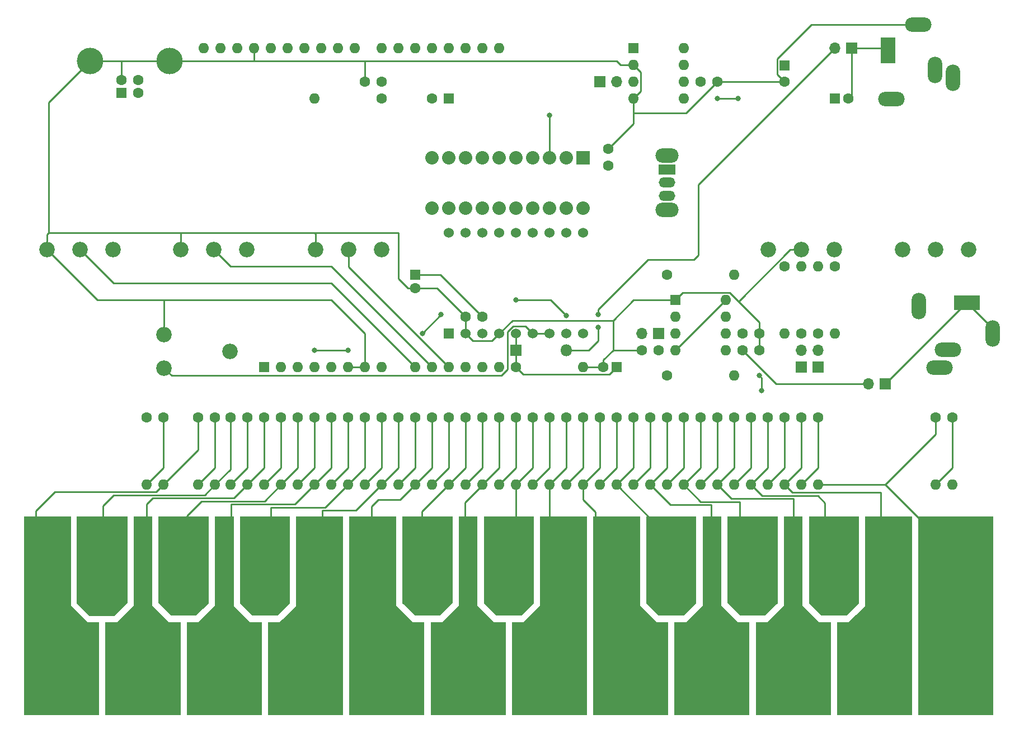
<source format=gbr>
%TF.GenerationSoftware,KiCad,Pcbnew,(6.0.2)*%
%TF.CreationDate,2022-03-12T17:52:29+01:00*%
%TF.ProjectId,hardware,68617264-7761-4726-952e-6b696361645f,rev?*%
%TF.SameCoordinates,Original*%
%TF.FileFunction,Copper,L1,Top*%
%TF.FilePolarity,Positive*%
%FSLAX46Y46*%
G04 Gerber Fmt 4.6, Leading zero omitted, Abs format (unit mm)*
G04 Created by KiCad (PCBNEW (6.0.2)) date 2022-03-12 17:52:29*
%MOMM*%
%LPD*%
G01*
G04 APERTURE LIST*
G04 Aperture macros list*
%AMFreePoly0*
4,1,8,5.329152,14.575350,7.775791,12.140177,9.586970,12.140177,9.586970,-1.985799,-1.767270,-1.985799,-1.767270,28.149653,5.329152,28.149653,5.329152,14.575350,5.329152,14.575350,$1*%
%AMFreePoly1*
4,1,16,3.684809,-0.274624,3.684810,-0.274625,3.620300,-0.338833,3.620300,-0.348088,3.620301,-0.348089,1.727993,-2.231542,1.727993,-2.231543,-2.056797,-2.231543,-2.056798,-2.231544,-3.949177,-0.348090,-3.949178,-0.348090,-3.949178,12.836189,-3.884669,12.836189,-3.884669,12.909653,3.684809,12.909653,3.684809,-0.274624,3.684809,-0.274624,$1*%
%AMFreePoly2*
4,1,11,4.929624,14.575350,7.376221,12.140177,9.187460,12.140177,9.187460,-1.985799,-2.166777,-1.985799,-2.166777,12.140177,-0.355638,12.140177,2.091062,14.575351,2.091062,28.149653,4.929624,28.149653,4.929624,14.575350,4.929624,14.575350,$1*%
%AMFreePoly3*
4,1,11,3.285301,-0.274626,3.285300,-0.274626,1.392896,-2.158078,1.392896,-2.158079,-2.391817,-2.158079,-2.391817,-2.158078,-4.284225,-0.274626,-4.284226,-0.274626,-4.284226,12.909653,3.285301,12.909653,3.285301,-0.274626,3.285301,-0.274626,$1*%
%AMFreePoly4*
4,1,12,4.530013,28.149651,4.530015,14.575350,6.976719,12.140177,8.787854,12.140177,8.787854,-1.985799,-2.566385,-1.985799,-2.566385,12.140177,-0.755144,12.140177,1.691451,14.575350,1.691451,28.149653,4.530013,28.149653,4.530013,28.149651,4.530013,28.149651,$1*%
%AMFreePoly5*
4,1,11,2.885796,-0.274626,2.885795,-0.274626,0.993390,-2.158078,0.993390,-2.158079,-2.791427,-2.158079,-2.791428,-2.158080,-4.683735,-0.274626,-4.683736,-0.274626,-4.683736,12.909653,2.885796,12.909653,2.885796,-0.274626,2.885796,-0.274626,$1*%
%AMFreePoly6*
4,1,8,8.388345,-1.985799,-2.965893,-1.985799,-2.965893,12.140177,-1.154651,12.140177,1.291946,14.575351,1.291946,28.149653,8.388345,28.149653,8.388345,-1.985799,8.388345,-1.985799,$1*%
%AMFreePoly7*
4,1,8,3.731001,14.575350,6.177595,12.140177,7.988837,12.140177,7.988837,-1.985799,-3.365501,-1.985799,-3.365501,28.149653,3.731001,28.149653,3.731001,14.575350,3.731001,14.575350,$1*%
%AMFreePoly8*
4,1,11,4.626680,-0.274626,4.626679,-0.274626,2.734265,-2.158078,2.734265,-2.158079,-1.050446,-2.158079,-1.050446,-2.158078,-2.942848,-0.274626,-2.942849,-0.274626,-2.942849,12.909653,4.626680,12.909653,4.626680,-0.274626,4.626680,-0.274626,$1*%
%AMFreePoly9*
4,1,11,3.331393,14.575350,5.778087,12.140177,7.589236,12.140177,7.589236,-1.985799,-3.765010,-1.985799,-3.765010,12.140177,-1.953768,12.140177,0.492829,14.575351,0.492829,28.149653,3.331393,28.149653,3.331393,14.575350,3.331393,14.575350,$1*%
%AMFreePoly10*
4,1,11,4.227064,-0.274626,4.227063,-0.274626,2.334768,-2.158078,2.334768,-2.158079,-1.450052,-2.158079,-1.450053,-2.158080,-3.342357,-0.274626,-3.342358,-0.274626,-3.342358,12.909653,4.227064,12.909653,4.227064,-0.274626,4.227064,-0.274626,$1*%
%AMFreePoly11*
4,1,8,7.189705,-1.985799,-4.164522,-1.985799,-4.164522,12.140177,-2.353372,12.140177,0.093313,14.575350,0.093313,28.149653,7.189712,28.149653,7.189705,-1.985799,7.189705,-1.985799,$1*%
%AMFreePoly12*
4,1,8,5.072269,14.575350,7.518954,12.140177,9.330204,12.140177,9.330204,-1.985799,-2.024145,-1.985799,-2.024145,28.149653,5.072269,28.149653,5.072269,14.575350,5.072269,14.575350,$1*%
%AMFreePoly13*
4,1,11,5.967940,-0.274624,5.967941,-0.274625,4.075629,-2.158078,4.075629,-2.158079,0.290930,-2.158079,0.290929,-2.158080,-1.601481,-0.274626,-1.601482,-0.274626,-1.601482,12.909653,5.967940,12.909653,5.967940,-0.274624,5.967940,-0.274624,$1*%
%AMFreePoly14*
4,1,12,4.672959,28.149651,4.672967,14.575350,7.118950,12.140177,8.931107,12.140177,8.931107,-1.985799,-2.423647,-1.985799,-2.423647,12.140177,-0.612404,12.140177,1.834197,14.575350,1.834197,28.149653,4.672959,28.149653,4.672959,28.149651,4.672959,28.149651,$1*%
%AMFreePoly15*
4,1,11,5.568233,-0.274624,5.568234,-0.274625,3.675716,-2.158078,3.675716,-2.158079,-0.108290,-2.158079,-0.108290,-2.158078,-2.000776,-0.274626,-2.000777,-0.274626,-2.000777,12.909653,5.568233,12.909653,5.568233,-0.274624,5.568233,-0.274624,$1*%
%AMFreePoly16*
4,1,11,4.273252,14.575350,6.720249,12.140177,8.531400,12.140177,8.531400,-1.985799,-2.823651,-1.985799,-2.823651,12.140177,-1.011501,12.140177,1.434482,14.575350,1.434482,28.149653,4.273252,28.149653,4.273252,14.575350,4.273252,14.575350,$1*%
%AMFreePoly17*
4,1,11,5.168534,-0.274626,5.168533,-0.274626,3.277024,-2.158078,3.277024,-2.158079,-0.507988,-2.158079,-0.507989,-2.158080,-2.400506,-0.274626,-2.400507,-0.274626,-2.400507,12.909653,5.168534,12.909653,5.168534,-0.274626,5.168534,-0.274626,$1*%
%AMFreePoly18*
4,1,8,8.131693,-1.985799,-3.222359,-1.985799,-3.222359,12.140177,-1.411208,12.140177,1.034782,14.575350,1.034782,28.149653,8.131693,28.149653,8.131693,-1.985799,8.131693,-1.985799,$1*%
%AMFreePoly19*
4,1,5,10.271971,-1.985799,-1.082066,-1.985799,-1.082066,28.149653,10.271971,28.149653,10.271971,-1.985799,10.271971,-1.985799,$1*%
G04 Aperture macros list end*
%TA.AperFunction,ComponentPad*%
%ADD10C,1.600000*%
%TD*%
%TA.AperFunction,ComponentPad*%
%ADD11O,1.600000X1.600000*%
%TD*%
%TA.AperFunction,ComponentPad*%
%ADD12R,2.032000X2.032000*%
%TD*%
%TA.AperFunction,ComponentPad*%
%ADD13C,2.032000*%
%TD*%
%TA.AperFunction,ComponentPad*%
%ADD14R,1.600000X1.600000*%
%TD*%
%TA.AperFunction,ComponentPad*%
%ADD15R,1.700000X1.700000*%
%TD*%
%TA.AperFunction,ComponentPad*%
%ADD16O,1.700000X1.700000*%
%TD*%
%TA.AperFunction,ComponentPad*%
%ADD17C,4.000000*%
%TD*%
%TA.AperFunction,ComponentPad*%
%ADD18C,2.340000*%
%TD*%
%TA.AperFunction,ComponentPad*%
%ADD19O,2.200000X4.000000*%
%TD*%
%TA.AperFunction,ComponentPad*%
%ADD20O,4.000000X2.200000*%
%TD*%
%TA.AperFunction,ComponentPad*%
%ADD21R,2.200000X4.000000*%
%TD*%
%TA.AperFunction,ComponentPad*%
%ADD22R,1.800000X1.800000*%
%TD*%
%TA.AperFunction,ComponentPad*%
%ADD23O,1.800000X1.800000*%
%TD*%
%TA.AperFunction,ComponentPad*%
%ADD24O,3.500000X2.200000*%
%TD*%
%TA.AperFunction,ComponentPad*%
%ADD25R,2.500000X1.500000*%
%TD*%
%TA.AperFunction,ComponentPad*%
%ADD26O,2.500000X1.500000*%
%TD*%
%TA.AperFunction,ComponentPad*%
%ADD27R,4.000000X2.200000*%
%TD*%
%TA.AperFunction,SMDPad,CuDef*%
%ADD28FreePoly0,0.000000*%
%TD*%
%TA.AperFunction,SMDPad,CuDef*%
%ADD29FreePoly1,0.000000*%
%TD*%
%TA.AperFunction,SMDPad,CuDef*%
%ADD30FreePoly2,0.000000*%
%TD*%
%TA.AperFunction,SMDPad,CuDef*%
%ADD31FreePoly3,0.000000*%
%TD*%
%TA.AperFunction,SMDPad,CuDef*%
%ADD32FreePoly4,0.000000*%
%TD*%
%TA.AperFunction,SMDPad,CuDef*%
%ADD33FreePoly5,0.000000*%
%TD*%
%TA.AperFunction,SMDPad,CuDef*%
%ADD34FreePoly6,0.000000*%
%TD*%
%TA.AperFunction,SMDPad,CuDef*%
%ADD35FreePoly7,0.000000*%
%TD*%
%TA.AperFunction,SMDPad,CuDef*%
%ADD36FreePoly8,0.000000*%
%TD*%
%TA.AperFunction,SMDPad,CuDef*%
%ADD37FreePoly9,0.000000*%
%TD*%
%TA.AperFunction,SMDPad,CuDef*%
%ADD38FreePoly10,0.000000*%
%TD*%
%TA.AperFunction,SMDPad,CuDef*%
%ADD39FreePoly11,0.000000*%
%TD*%
%TA.AperFunction,SMDPad,CuDef*%
%ADD40FreePoly12,0.000000*%
%TD*%
%TA.AperFunction,SMDPad,CuDef*%
%ADD41FreePoly13,0.000000*%
%TD*%
%TA.AperFunction,SMDPad,CuDef*%
%ADD42FreePoly14,0.000000*%
%TD*%
%TA.AperFunction,SMDPad,CuDef*%
%ADD43FreePoly15,0.000000*%
%TD*%
%TA.AperFunction,SMDPad,CuDef*%
%ADD44FreePoly16,0.000000*%
%TD*%
%TA.AperFunction,SMDPad,CuDef*%
%ADD45FreePoly17,0.000000*%
%TD*%
%TA.AperFunction,SMDPad,CuDef*%
%ADD46FreePoly18,0.000000*%
%TD*%
%TA.AperFunction,SMDPad,CuDef*%
%ADD47FreePoly19,0.000000*%
%TD*%
%TA.AperFunction,ComponentPad*%
%ADD48R,1.524000X1.524000*%
%TD*%
%TA.AperFunction,ComponentPad*%
%ADD49C,1.524000*%
%TD*%
%TA.AperFunction,ViaPad*%
%ADD50C,0.800000*%
%TD*%
%TA.AperFunction,Conductor*%
%ADD51C,0.250000*%
%TD*%
G04 APERTURE END LIST*
D10*
%TO.P,R48,1*%
%TO.N,Net-(R47-Pad2)*%
X144780000Y-58420000D03*
D11*
%TO.P,R48,2*%
%TO.N,Net-(J8-Pad1)*%
X144780000Y-68580000D03*
%TD*%
D10*
%TO.P,R27,1*%
%TO.N,Net-(R26-Pad2)*%
X106680000Y-81280000D03*
D11*
%TO.P,R27,2*%
%TO.N,PAD_F4*%
X106680000Y-91440000D03*
%TD*%
D10*
%TO.P,R12,1*%
%TO.N,Net-(R11-Pad2)*%
X71120000Y-81280000D03*
D11*
%TO.P,R12,2*%
%TO.N,PAD_A#3*%
X71120000Y-91440000D03*
%TD*%
D10*
%TO.P,R42,1*%
%TO.N,PAD_C5*%
X160020000Y-81280000D03*
D11*
%TO.P,R42,2*%
%TO.N,Net-(R42-Pad2)*%
X160020000Y-91440000D03*
%TD*%
D10*
%TO.P,R47,1*%
%TO.N,Net-(J7-Pad2)*%
X142240000Y-68580000D03*
D11*
%TO.P,R47,2*%
%TO.N,Net-(R47-Pad2)*%
X142240000Y-58420000D03*
%TD*%
D10*
%TO.P,R50,1*%
%TO.N,Net-(R49-Pad2)*%
X137160000Y-58420000D03*
D11*
%TO.P,R50,2*%
%TO.N,Net-(J8-Pad1)*%
X137160000Y-68580000D03*
%TD*%
D10*
%TO.P,R33,1*%
%TO.N,Net-(R32-Pad2)*%
X121920000Y-81280000D03*
D11*
%TO.P,R33,2*%
%TO.N,PAD_G#4*%
X121920000Y-91440000D03*
%TD*%
D10*
%TO.P,R36,1*%
%TO.N,PAD_A4*%
X129540000Y-81280000D03*
D11*
%TO.P,R36,2*%
%TO.N,Net-(R36-Pad2)*%
X129540000Y-91440000D03*
%TD*%
D10*
%TO.P,R21,1*%
%TO.N,PAD_D4*%
X93980000Y-81280000D03*
D11*
%TO.P,R21,2*%
%TO.N,Net-(R21-Pad2)*%
X93980000Y-91440000D03*
%TD*%
D10*
%TO.P,R5,1*%
%TO.N,PAD_F#3*%
X53340000Y-81280000D03*
D11*
%TO.P,R5,2*%
%TO.N,Net-(R5-Pad2)*%
X53340000Y-91440000D03*
%TD*%
D10*
%TO.P,R13,1*%
%TO.N,PAD_A#3*%
X73660000Y-81280000D03*
D11*
%TO.P,R13,2*%
%TO.N,Net-(R13-Pad2)*%
X73660000Y-91440000D03*
%TD*%
D10*
%TO.P,R11,1*%
%TO.N,PAD_A3*%
X68580000Y-81280000D03*
D11*
%TO.P,R11,2*%
%TO.N,Net-(R11-Pad2)*%
X68580000Y-91440000D03*
%TD*%
D10*
%TO.P,R22,1*%
%TO.N,Net-(R21-Pad2)*%
X96520000Y-81280000D03*
D11*
%TO.P,R22,2*%
%TO.N,PAD_D#4*%
X96520000Y-91440000D03*
%TD*%
D10*
%TO.P,R38,1*%
%TO.N,PAD_A#4*%
X134620000Y-81280000D03*
D11*
%TO.P,R38,2*%
%TO.N,Net-(R38-Pad2)*%
X134620000Y-91440000D03*
%TD*%
D12*
%TO.P,BAR1,1,A*%
%TO.N,VCC*%
X106680000Y-42017500D03*
D13*
%TO.P,BAR1,2,A*%
X104140000Y-42017500D03*
%TO.P,BAR1,3,A*%
X101600000Y-42017500D03*
%TO.P,BAR1,4,A*%
X99060000Y-42017500D03*
%TO.P,BAR1,5,A*%
X96520000Y-42017500D03*
%TO.P,BAR1,6,A*%
X93980000Y-42017500D03*
%TO.P,BAR1,7,A*%
X91440000Y-42017500D03*
%TO.P,BAR1,8,A*%
X88900000Y-42017500D03*
%TO.P,BAR1,9,A*%
X86360000Y-42017500D03*
%TO.P,BAR1,10,A*%
X83820000Y-42017500D03*
%TO.P,BAR1,11,K*%
%TO.N,Net-(BAR1-Pad11)*%
X83820000Y-49637500D03*
%TO.P,BAR1,12,K*%
%TO.N,Net-(BAR1-Pad12)*%
X86360000Y-49637500D03*
%TO.P,BAR1,13,K*%
%TO.N,Net-(BAR1-Pad13)*%
X88900000Y-49637500D03*
%TO.P,BAR1,14,K*%
%TO.N,Net-(BAR1-Pad14)*%
X91440000Y-49637500D03*
%TO.P,BAR1,15,K*%
%TO.N,Net-(BAR1-Pad15)*%
X93980000Y-49637500D03*
%TO.P,BAR1,16,K*%
%TO.N,Net-(BAR1-Pad16)*%
X96520000Y-49637500D03*
%TO.P,BAR1,17,K*%
%TO.N,Net-(BAR1-Pad17)*%
X99060000Y-49637500D03*
%TO.P,BAR1,18,K*%
%TO.N,Net-(BAR1-Pad18)*%
X101600000Y-49637500D03*
%TO.P,BAR1,19,K*%
%TO.N,Net-(BAR1-Pad19)*%
X104140000Y-49637500D03*
%TO.P,BAR1,20,K*%
%TO.N,Net-(BAR1-Pad20)*%
X106680000Y-49637500D03*
%TD*%
D10*
%TO.P,R41,1*%
%TO.N,Net-(R40-Pad2)*%
X142240000Y-81280000D03*
D11*
%TO.P,R41,2*%
%TO.N,PAD_C5*%
X142240000Y-91440000D03*
%TD*%
D10*
%TO.P,R46,1*%
%TO.N,Net-(A1-Pad12)*%
X119390000Y-59690000D03*
D11*
%TO.P,R46,2*%
%TO.N,KB_IN*%
X129550000Y-59690000D03*
%TD*%
D14*
%TO.P,C10,1*%
%TO.N,D_SYNTH*%
X86360000Y-33020000D03*
D10*
%TO.P,C10,2*%
%TO.N,Net-(C10-Pad2)*%
X83860000Y-33020000D03*
%TD*%
D15*
%TO.P,J2,1,Pin_1*%
%TO.N,Net-(J2-Pad1)*%
X118120000Y-68580000D03*
D16*
%TO.P,J2,2,Pin_2*%
%TO.N,A_SYNTH*%
X115580000Y-68580000D03*
%TD*%
D14*
%TO.P,J3,1,VBUS*%
%TO.N,Net-(J3-Pad1)*%
X36850000Y-32187500D03*
D10*
%TO.P,J3,2,D-*%
%TO.N,unconnected-(J3-Pad2)*%
X39350000Y-32187500D03*
%TO.P,J3,3,D+*%
%TO.N,unconnected-(J3-Pad3)*%
X39350000Y-30187500D03*
%TO.P,J3,4,GND*%
%TO.N,GND*%
X36850000Y-30187500D03*
D17*
%TO.P,J3,5,Shield*%
X44100000Y-27327500D03*
X32100000Y-27327500D03*
%TD*%
D10*
%TO.P,R6,1*%
%TO.N,Net-(R5-Pad2)*%
X55880000Y-81280000D03*
D11*
%TO.P,R6,2*%
%TO.N,PAD_G3*%
X55880000Y-91440000D03*
%TD*%
D18*
%TO.P,RV5,1,1*%
%TO.N,unconnected-(RV5-Pad1)*%
X165020000Y-55880000D03*
%TO.P,RV5,2,2*%
%TO.N,Net-(RV5-Pad2)*%
X160020000Y-55880000D03*
%TO.P,RV5,3,3*%
%TO.N,Net-(RV5-Pad3)*%
X155020000Y-55880000D03*
%TD*%
D14*
%TO.P,U3,1,GAIN*%
%TO.N,Net-(RV5-Pad2)*%
X114300000Y-25400000D03*
D11*
%TO.P,U3,2,-*%
%TO.N,GND*%
X114300000Y-27940000D03*
%TO.P,U3,3,+*%
%TO.N,PRE_AMP*%
X114300000Y-30480000D03*
%TO.P,U3,4,GND*%
%TO.N,GND*%
X114300000Y-33020000D03*
%TO.P,U3,5*%
%TO.N,Net-(C8-Pad1)*%
X121920000Y-33020000D03*
%TO.P,U3,6,V+*%
%TO.N,VCC*%
X121920000Y-30480000D03*
%TO.P,U3,7,BYPASS*%
%TO.N,unconnected-(U3-Pad7)*%
X121920000Y-27940000D03*
%TO.P,U3,8,GAIN*%
%TO.N,Net-(RV5-Pad3)*%
X121920000Y-25400000D03*
%TD*%
D14*
%TO.P,C7,1*%
%TO.N,Net-(C7-Pad1)*%
X111760000Y-73660000D03*
D10*
%TO.P,C7,2*%
%TO.N,GND*%
X109760000Y-73660000D03*
%TD*%
D19*
%TO.P,J6,R*%
%TO.N,N/C*%
X162622500Y-29850000D03*
%TO.P,J6,RN*%
X159922500Y-28650000D03*
D20*
%TO.P,J6,S*%
%TO.N,GND*%
X157422500Y-21850000D03*
D21*
%TO.P,J6,T*%
%TO.N,Net-(C8-Pad2)*%
X152822500Y-25750000D03*
D20*
%TO.P,J6,TN*%
%TO.N,N/C*%
X153322500Y-33050000D03*
%TD*%
D10*
%TO.P,R17,1*%
%TO.N,PAD_C4*%
X83820000Y-81280000D03*
D11*
%TO.P,R17,2*%
%TO.N,Net-(R17-Pad2)*%
X83820000Y-91440000D03*
%TD*%
D10*
%TO.P,R7,1*%
%TO.N,PAD_G3*%
X58420000Y-81280000D03*
D11*
%TO.P,R7,2*%
%TO.N,Net-(R7-Pad2)*%
X58420000Y-91440000D03*
%TD*%
D10*
%TO.P,R3,1*%
%TO.N,PAD_F3*%
X48460000Y-81280000D03*
D11*
%TO.P,R3,2*%
%TO.N,Net-(R3-Pad2)*%
X48460000Y-91440000D03*
%TD*%
D10*
%TO.P,R20,1*%
%TO.N,Net-(R19-Pad2)*%
X91440000Y-81280000D03*
D11*
%TO.P,R20,2*%
%TO.N,PAD_D4*%
X91440000Y-91440000D03*
%TD*%
D10*
%TO.P,R16,1*%
%TO.N,Net-(R15-Pad2)*%
X81280000Y-81280000D03*
D11*
%TO.P,R16,2*%
%TO.N,PAD_C4*%
X81280000Y-91440000D03*
%TD*%
D22*
%TO.P,D1,1,K*%
%TO.N,Net-(C7-Pad1)*%
X96520000Y-71120000D03*
D23*
%TO.P,D1,2,A*%
%TO.N,AUDIO_OUT*%
X104140000Y-71120000D03*
%TD*%
D10*
%TO.P,C4,1*%
%TO.N,GND*%
X88900000Y-66040000D03*
%TO.P,C4,2*%
%TO.N,VCC*%
X91400000Y-66040000D03*
%TD*%
%TO.P,R10,1*%
%TO.N,Net-(R10-Pad1)*%
X66040000Y-81280000D03*
D11*
%TO.P,R10,2*%
%TO.N,PAD_A3*%
X66040000Y-91440000D03*
%TD*%
D18*
%TO.P,RV3,1,1*%
%TO.N,VCC*%
X76200000Y-55880000D03*
%TO.P,RV3,2,2*%
%TO.N,POT_WAV*%
X71200000Y-55880000D03*
%TO.P,RV3,3,3*%
%TO.N,GND*%
X66200000Y-55880000D03*
%TD*%
D10*
%TO.P,C1,1*%
%TO.N,GND*%
X115580000Y-71080000D03*
%TO.P,C1,2*%
%TO.N,VCC*%
X118080000Y-71080000D03*
%TD*%
%TO.P,R15,1*%
%TO.N,PAD_B3*%
X78740000Y-81280000D03*
D11*
%TO.P,R15,2*%
%TO.N,Net-(R15-Pad2)*%
X78740000Y-91440000D03*
%TD*%
D10*
%TO.P,R8,1*%
%TO.N,Net-(R7-Pad2)*%
X60960000Y-81280000D03*
D11*
%TO.P,R8,2*%
%TO.N,PAD_G#3*%
X60960000Y-91440000D03*
%TD*%
D10*
%TO.P,R9,1*%
%TO.N,PAD_G#3*%
X63500000Y-81280000D03*
D11*
%TO.P,R9,2*%
%TO.N,Net-(R10-Pad1)*%
X63500000Y-91440000D03*
%TD*%
D10*
%TO.P,C3,1*%
%TO.N,Net-(C3-Pad1)*%
X130820000Y-68580000D03*
%TO.P,C3,2*%
%TO.N,GND*%
X133320000Y-68580000D03*
%TD*%
%TO.P,R43,1*%
%TO.N,Net-(R42-Pad2)*%
X162560000Y-81280000D03*
D11*
%TO.P,R43,2*%
%TO.N,GND*%
X162560000Y-91440000D03*
%TD*%
D18*
%TO.P,RV6,1,1*%
%TO.N,Net-(R47-Pad2)*%
X144700000Y-55880000D03*
%TO.P,RV6,2,2*%
%TO.N,GND*%
X139700000Y-55880000D03*
%TO.P,RV6,3,3*%
%TO.N,Net-(R49-Pad2)*%
X134700000Y-55880000D03*
%TD*%
D15*
%TO.P,J7,1,Pin_1*%
%TO.N,D_SYNTH*%
X142240000Y-73660000D03*
D16*
%TO.P,J7,2,Pin_2*%
%TO.N,Net-(J7-Pad2)*%
X142240000Y-71120000D03*
%TD*%
D10*
%TO.P,C5,1*%
%TO.N,GND*%
X110490000Y-40640000D03*
%TO.P,C5,2*%
%TO.N,VCC*%
X110490000Y-43140000D03*
%TD*%
D24*
%TO.P,SW1,*%
%TO.N,*%
X119380000Y-49820000D03*
X119380000Y-41620000D03*
D25*
%TO.P,SW1,1,A*%
%TO.N,Net-(J3-Pad1)*%
X119380000Y-43720000D03*
D26*
%TO.P,SW1,2,B*%
%TO.N,VCC*%
X119380000Y-45720000D03*
%TO.P,SW1,3*%
%TO.N,N/C*%
X119380000Y-47720000D03*
%TD*%
D10*
%TO.P,R25,1*%
%TO.N,Net-(R24-Pad2)*%
X101600000Y-81280000D03*
D11*
%TO.P,R25,2*%
%TO.N,PAD_E4*%
X101600000Y-91440000D03*
%TD*%
D14*
%TO.P,C9,1*%
%TO.N,Net-(C8-Pad1)*%
X137160000Y-27980000D03*
D10*
%TO.P,C9,2*%
%TO.N,GND*%
X137160000Y-30480000D03*
%TD*%
D18*
%TO.P,RV1,1,1*%
%TO.N,VCC*%
X35560000Y-55880000D03*
%TO.P,RV1,2,2*%
%TO.N,POT_ATK*%
X30560000Y-55880000D03*
%TO.P,RV1,3,3*%
%TO.N,GND*%
X25560000Y-55880000D03*
%TD*%
%TO.P,RV2,1,1*%
%TO.N,VCC*%
X55800000Y-55880000D03*
%TO.P,RV2,2,2*%
%TO.N,POT_REL*%
X50800000Y-55880000D03*
%TO.P,RV2,3,3*%
%TO.N,GND*%
X45800000Y-55880000D03*
%TD*%
D10*
%TO.P,R2,1*%
%TO.N,Net-(R1-Pad2)*%
X43180000Y-81280000D03*
D11*
%TO.P,R2,2*%
%TO.N,PAD_F3*%
X43180000Y-91440000D03*
%TD*%
D10*
%TO.P,C6,1*%
%TO.N,GND*%
X127000000Y-30480000D03*
%TO.P,C6,2*%
%TO.N,VCC*%
X124500000Y-30480000D03*
%TD*%
%TO.P,R18,1*%
%TO.N,Net-(R17-Pad2)*%
X86360000Y-81280000D03*
D11*
%TO.P,R18,2*%
%TO.N,PAD_C#4*%
X86360000Y-91440000D03*
%TD*%
D10*
%TO.P,C12,1*%
%TO.N,Net-(C10-Pad2)*%
X76200000Y-30480000D03*
%TO.P,C12,2*%
%TO.N,GND*%
X73700000Y-30480000D03*
%TD*%
D20*
%TO.P,J4,R*%
%TO.N,N/C*%
X160650000Y-73722500D03*
%TO.P,J4,RN*%
X161850000Y-71022500D03*
D19*
%TO.P,J4,S*%
%TO.N,KB_IN*%
X168650000Y-68522500D03*
D27*
%TO.P,J4,T*%
X164750000Y-63922500D03*
D19*
%TO.P,J4,TN*%
%TO.N,N/C*%
X157450000Y-64422500D03*
%TD*%
D10*
%TO.P,R29,1*%
%TO.N,Net-(R28-Pad2)*%
X111760000Y-81280000D03*
D11*
%TO.P,R29,2*%
%TO.N,PAD_F#4*%
X111760000Y-91440000D03*
%TD*%
D10*
%TO.P,R26,1*%
%TO.N,PAD_E4*%
X104140000Y-81280000D03*
D11*
%TO.P,R26,2*%
%TO.N,Net-(R26-Pad2)*%
X104140000Y-91440000D03*
%TD*%
D10*
%TO.P,R34,1*%
%TO.N,PAD_G#4*%
X124460000Y-81280000D03*
D11*
%TO.P,R34,2*%
%TO.N,Net-(R34-Pad2)*%
X124460000Y-91440000D03*
%TD*%
D10*
%TO.P,R1,1*%
%TO.N,VCC*%
X40640000Y-81280000D03*
D11*
%TO.P,R1,2*%
%TO.N,Net-(R1-Pad2)*%
X40640000Y-91440000D03*
%TD*%
D15*
%TO.P,J8,1,Pin_1*%
%TO.N,Net-(J8-Pad1)*%
X109220000Y-30480000D03*
D16*
%TO.P,J8,2,Pin_2*%
%TO.N,PRE_AMP*%
X111760000Y-30480000D03*
%TD*%
D14*
%TO.P,C8,1*%
%TO.N,Net-(C8-Pad1)*%
X144780000Y-33020000D03*
D10*
%TO.P,C8,2*%
%TO.N,Net-(C8-Pad2)*%
X146780000Y-33020000D03*
%TD*%
%TO.P,R14,1*%
%TO.N,Net-(R13-Pad2)*%
X76200000Y-81280000D03*
D11*
%TO.P,R14,2*%
%TO.N,PAD_B3*%
X76200000Y-91440000D03*
%TD*%
D10*
%TO.P,R24,1*%
%TO.N,PAD_D#4*%
X99060000Y-81280000D03*
D11*
%TO.P,R24,2*%
%TO.N,Net-(R24-Pad2)*%
X99060000Y-91440000D03*
%TD*%
D10*
%TO.P,R49,1*%
%TO.N,Net-(J9-Pad2)*%
X139700000Y-68580000D03*
D11*
%TO.P,R49,2*%
%TO.N,Net-(R49-Pad2)*%
X139700000Y-58420000D03*
%TD*%
D28*
%TO.P,KB1,1,F3*%
%TO.N,PAD_F3*%
X23913447Y-124386744D03*
D29*
%TO.P,KB1,2,F#3*%
%TO.N,PAD_F#3*%
X34073447Y-109146744D03*
D30*
%TO.P,KB1,3,G3*%
%TO.N,PAD_G3*%
X36613447Y-124386744D03*
D31*
%TO.P,KB1,4,G#3*%
%TO.N,PAD_G#3*%
X46773447Y-109146744D03*
D32*
%TO.P,KB1,5,A3*%
%TO.N,PAD_A3*%
X49313447Y-124386744D03*
D33*
%TO.P,KB1,6,A#3*%
%TO.N,PAD_A#3*%
X59473447Y-109146744D03*
D34*
%TO.P,KB1,7,B3*%
%TO.N,PAD_B3*%
X62013447Y-124386744D03*
D35*
%TO.P,KB1,8,C4*%
%TO.N,PAD_C4*%
X74713447Y-124386744D03*
D36*
%TO.P,KB1,9,C#4*%
%TO.N,PAD_C#4*%
X82333447Y-109146744D03*
D37*
%TO.P,KB1,10,D4*%
%TO.N,PAD_D4*%
X87413447Y-124386744D03*
D38*
%TO.P,KB1,11,D#4*%
%TO.N,PAD_D#4*%
X95033447Y-109146744D03*
D39*
%TO.P,KB1,12,E4*%
%TO.N,PAD_E4*%
X100113447Y-124386744D03*
D40*
%TO.P,KB1,13,F4*%
%TO.N,PAD_F4*%
X110273447Y-124386744D03*
D41*
%TO.P,KB1,14,F#4*%
%TO.N,PAD_F#4*%
X117893447Y-109146744D03*
D42*
%TO.P,KB1,15,G4*%
%TO.N,PAD_G4*%
X122973447Y-124386744D03*
D43*
%TO.P,KB1,16,G#4*%
%TO.N,PAD_G#4*%
X130593447Y-109146744D03*
D44*
%TO.P,KB1,17,A4*%
%TO.N,PAD_A4*%
X135673447Y-124386744D03*
D45*
%TO.P,KB1,18,A#4*%
%TO.N,PAD_A#4*%
X143293447Y-109146744D03*
D46*
%TO.P,KB1,19,B4*%
%TO.N,PAD_B4*%
X148373447Y-124386744D03*
D47*
%TO.P,KB1,20,C5*%
%TO.N,PAD_C5*%
X158533447Y-124386744D03*
%TD*%
D10*
%TO.P,R28,1*%
%TO.N,PAD_F4*%
X109220000Y-81280000D03*
D11*
%TO.P,R28,2*%
%TO.N,Net-(R28-Pad2)*%
X109220000Y-91440000D03*
%TD*%
D10*
%TO.P,R32,1*%
%TO.N,PAD_G4*%
X119380000Y-81280000D03*
D11*
%TO.P,R32,2*%
%TO.N,Net-(R32-Pad2)*%
X119380000Y-91440000D03*
%TD*%
D10*
%TO.P,R39,1*%
%TO.N,Net-(R38-Pad2)*%
X137160000Y-81280000D03*
D11*
%TO.P,R39,2*%
%TO.N,PAD_B4*%
X137160000Y-91440000D03*
%TD*%
D15*
%TO.P,J1,1,Pin_1*%
%TO.N,KB_IN*%
X152400000Y-76200000D03*
D16*
%TO.P,J1,2,Pin_2*%
%TO.N,Net-(C2-Pad1)*%
X149860000Y-76200000D03*
%TD*%
D18*
%TO.P,RV4,1,1*%
%TO.N,Net-(RV4-Pad1)*%
X43260000Y-73770000D03*
%TO.P,RV4,2,2*%
%TO.N,Net-(RV4-Pad2)*%
X53260000Y-71270000D03*
%TO.P,RV4,3,3*%
%TO.N,GND*%
X43260000Y-68770000D03*
%TD*%
D15*
%TO.P,J5,1,Pin_1*%
%TO.N,Net-(C8-Pad2)*%
X147320000Y-25400000D03*
D16*
%TO.P,J5,2,Pin_2*%
%TO.N,AUDIO_OUT*%
X144780000Y-25400000D03*
%TD*%
D10*
%TO.P,C2,1*%
%TO.N,Net-(C2-Pad1)*%
X130820000Y-71120000D03*
%TO.P,C2,2*%
%TO.N,GND*%
X133320000Y-71120000D03*
%TD*%
%TO.P,R35,1*%
%TO.N,Net-(R34-Pad2)*%
X127000000Y-81280000D03*
D11*
%TO.P,R35,2*%
%TO.N,PAD_A4*%
X127000000Y-91440000D03*
%TD*%
D10*
%TO.P,R31,1*%
%TO.N,Net-(R30-Pad2)*%
X116840000Y-81280000D03*
D11*
%TO.P,R31,2*%
%TO.N,PAD_G4*%
X116840000Y-91440000D03*
%TD*%
D10*
%TO.P,R23,1*%
%TO.N,Net-(J2-Pad1)*%
X119390000Y-74930000D03*
D11*
%TO.P,R23,2*%
%TO.N,Net-(C3-Pad1)*%
X129550000Y-74930000D03*
%TD*%
D10*
%TO.P,R37,1*%
%TO.N,Net-(R36-Pad2)*%
X132080000Y-81280000D03*
D11*
%TO.P,R37,2*%
%TO.N,PAD_A#4*%
X132080000Y-91440000D03*
%TD*%
D10*
%TO.P,R4,1*%
%TO.N,Net-(R3-Pad2)*%
X51000000Y-81280000D03*
D11*
%TO.P,R4,2*%
%TO.N,PAD_F#3*%
X51000000Y-91440000D03*
%TD*%
D10*
%TO.P,R44,1*%
%TO.N,Net-(C7-Pad1)*%
X96520000Y-73660000D03*
D11*
%TO.P,R44,2*%
%TO.N,GND*%
X106680000Y-73660000D03*
%TD*%
D14*
%TO.P,U1,1,GND*%
%TO.N,GND*%
X120660000Y-63500000D03*
D11*
%TO.P,U1,2,TR*%
%TO.N,Net-(C3-Pad1)*%
X120660000Y-66040000D03*
%TO.P,U1,3,Q*%
%TO.N,Net-(J2-Pad1)*%
X120660000Y-68580000D03*
%TO.P,U1,4,R*%
%TO.N,VCC*%
X120660000Y-71120000D03*
%TO.P,U1,5,CV*%
%TO.N,Net-(C2-Pad1)*%
X128280000Y-71120000D03*
%TO.P,U1,6,THR*%
%TO.N,Net-(C3-Pad1)*%
X128280000Y-68580000D03*
%TO.P,U1,7,DIS*%
%TO.N,unconnected-(U1-Pad7)*%
X128280000Y-66040000D03*
%TO.P,U1,8,VCC*%
%TO.N,VCC*%
X128280000Y-63500000D03*
%TD*%
D10*
%TO.P,R45,1*%
%TO.N,Net-(C10-Pad2)*%
X76200000Y-33020000D03*
D11*
%TO.P,R45,2*%
%TO.N,Net-(A1-Pad26)*%
X66040000Y-33020000D03*
%TD*%
D14*
%TO.P,C11,1*%
%TO.N,VCC*%
X81280000Y-59690000D03*
D10*
%TO.P,C11,2*%
%TO.N,GND*%
X81280000Y-61690000D03*
%TD*%
D48*
%TO.P,U2,1,LED1*%
%TO.N,Net-(BAR1-Pad11)*%
X86360000Y-68580000D03*
D49*
%TO.P,U2,2,V-*%
%TO.N,GND*%
X88900000Y-68580000D03*
%TO.P,U2,3,V+*%
%TO.N,VCC*%
X91440000Y-68580000D03*
%TO.P,U2,4,RLO*%
%TO.N,GND*%
X93980000Y-68580000D03*
%TO.P,U2,5,SIG*%
%TO.N,Net-(C7-Pad1)*%
X96520000Y-68580000D03*
%TO.P,U2,6,RHI*%
%TO.N,Net-(RV4-Pad1)*%
X99060000Y-68580000D03*
%TO.P,U2,8,REFOUT*%
X101600000Y-68580000D03*
%TO.P,U2,10,REFADJ*%
%TO.N,Net-(RV4-Pad2)*%
X104140000Y-68580000D03*
%TO.P,U2,11,MODE*%
%TO.N,VCC*%
X106680000Y-68580000D03*
%TO.P,U2,12,LED10*%
%TO.N,Net-(BAR1-Pad20)*%
X106680000Y-53340000D03*
%TO.P,U2,13,LED9*%
%TO.N,Net-(BAR1-Pad19)*%
X104140000Y-53340000D03*
%TO.P,U2,14,LED8*%
%TO.N,Net-(BAR1-Pad18)*%
X101600000Y-53340000D03*
%TO.P,U2,15,LED7*%
%TO.N,Net-(BAR1-Pad17)*%
X99060000Y-53340000D03*
%TO.P,U2,16,LED6*%
%TO.N,Net-(BAR1-Pad16)*%
X96520000Y-53340000D03*
%TO.P,U2,17,LED5*%
%TO.N,Net-(BAR1-Pad15)*%
X93980000Y-53340000D03*
%TO.P,U2,18,LED4*%
%TO.N,Net-(BAR1-Pad14)*%
X91440000Y-53340000D03*
%TO.P,U2,19,LED3*%
%TO.N,Net-(BAR1-Pad13)*%
X88900000Y-53340000D03*
%TO.P,U2,20,LED2*%
%TO.N,Net-(BAR1-Pad12)*%
X86360000Y-53340000D03*
%TD*%
D10*
%TO.P,R19,1*%
%TO.N,PAD_C#4*%
X88900000Y-81280000D03*
D11*
%TO.P,R19,2*%
%TO.N,Net-(R19-Pad2)*%
X88900000Y-91440000D03*
%TD*%
D10*
%TO.P,R40,1*%
%TO.N,PAD_B4*%
X139700000Y-81280000D03*
D11*
%TO.P,R40,2*%
%TO.N,Net-(R40-Pad2)*%
X139700000Y-91440000D03*
%TD*%
D15*
%TO.P,J9,1,Pin_1*%
%TO.N,A_SYNTH*%
X139700000Y-73660000D03*
D16*
%TO.P,J9,2,Pin_2*%
%TO.N,Net-(J9-Pad2)*%
X139700000Y-71120000D03*
%TD*%
D10*
%TO.P,R30,1*%
%TO.N,PAD_F#4*%
X114300000Y-81280000D03*
D11*
%TO.P,R30,2*%
%TO.N,Net-(R30-Pad2)*%
X114300000Y-91440000D03*
%TD*%
D14*
%TO.P,A1,1,NC*%
%TO.N,unconnected-(A1-Pad1)*%
X58420000Y-73660000D03*
D11*
%TO.P,A1,2,IOREF*%
%TO.N,unconnected-(A1-Pad2)*%
X60960000Y-73660000D03*
%TO.P,A1,3,~{RESET}*%
%TO.N,unconnected-(A1-Pad3)*%
X63500000Y-73660000D03*
%TO.P,A1,4,3V3*%
%TO.N,unconnected-(A1-Pad4)*%
X66040000Y-73660000D03*
%TO.P,A1,5,+5V*%
%TO.N,VCC*%
X68580000Y-73660000D03*
%TO.P,A1,6,GND*%
%TO.N,GND*%
X71120000Y-73660000D03*
%TO.P,A1,7,GND*%
X73660000Y-73660000D03*
%TO.P,A1,8,VIN*%
%TO.N,unconnected-(A1-Pad8)*%
X76200000Y-73660000D03*
%TO.P,A1,9,A0*%
%TO.N,POT_ATK*%
X81280000Y-73660000D03*
%TO.P,A1,10,A1*%
%TO.N,POT_REL*%
X83820000Y-73660000D03*
%TO.P,A1,11,A2*%
%TO.N,POT_WAV*%
X86360000Y-73660000D03*
%TO.P,A1,12,A3*%
%TO.N,Net-(A1-Pad12)*%
X88900000Y-73660000D03*
%TO.P,A1,13,SDA/A4*%
%TO.N,unconnected-(A1-Pad13)*%
X91440000Y-73660000D03*
%TO.P,A1,14,SCL/A5*%
%TO.N,unconnected-(A1-Pad14)*%
X93980000Y-73660000D03*
%TO.P,A1,15,D0/RX*%
%TO.N,unconnected-(A1-Pad15)*%
X93980000Y-25400000D03*
%TO.P,A1,16,D1/TX*%
%TO.N,unconnected-(A1-Pad16)*%
X91440000Y-25400000D03*
%TO.P,A1,17,D2*%
%TO.N,unconnected-(A1-Pad17)*%
X88900000Y-25400000D03*
%TO.P,A1,18,D3*%
%TO.N,unconnected-(A1-Pad18)*%
X86360000Y-25400000D03*
%TO.P,A1,19,D4*%
%TO.N,unconnected-(A1-Pad19)*%
X83820000Y-25400000D03*
%TO.P,A1,20,D5*%
%TO.N,unconnected-(A1-Pad20)*%
X81280000Y-25400000D03*
%TO.P,A1,21,D6*%
%TO.N,unconnected-(A1-Pad21)*%
X78740000Y-25400000D03*
%TO.P,A1,22,D7*%
%TO.N,unconnected-(A1-Pad22)*%
X76200000Y-25400000D03*
%TO.P,A1,23,D8*%
%TO.N,unconnected-(A1-Pad23)*%
X72140000Y-25400000D03*
%TO.P,A1,24,D9*%
%TO.N,unconnected-(A1-Pad24)*%
X69600000Y-25400000D03*
%TO.P,A1,25,D10*%
%TO.N,unconnected-(A1-Pad25)*%
X67060000Y-25400000D03*
%TO.P,A1,26,D11*%
%TO.N,Net-(A1-Pad26)*%
X64520000Y-25400000D03*
%TO.P,A1,27,D12*%
%TO.N,unconnected-(A1-Pad27)*%
X61980000Y-25400000D03*
%TO.P,A1,28,D13*%
%TO.N,unconnected-(A1-Pad28)*%
X59440000Y-25400000D03*
%TO.P,A1,29,GND*%
%TO.N,GND*%
X56900000Y-25400000D03*
%TO.P,A1,30,AREF*%
%TO.N,unconnected-(A1-Pad30)*%
X54360000Y-25400000D03*
%TO.P,A1,31,SDA/A4*%
%TO.N,unconnected-(A1-Pad31)*%
X51820000Y-25400000D03*
%TO.P,A1,32,SCL/A5*%
%TO.N,unconnected-(A1-Pad32)*%
X49280000Y-25400000D03*
%TD*%
D50*
%TO.N,VCC*%
X101600000Y-35560000D03*
%TO.N,GND*%
X133326583Y-74903348D03*
X133718968Y-77184993D03*
%TO.N,AUDIO_OUT*%
X108972557Y-67610204D03*
X108972557Y-65674439D03*
%TO.N,Net-(C8-Pad1)*%
X130107445Y-33020000D03*
X127000000Y-33020000D03*
%TO.N,Net-(RV4-Pad2)*%
X104140000Y-65866870D03*
X82363206Y-68558512D03*
X96520000Y-63500000D03*
X66040000Y-71120000D03*
X71120000Y-71120000D03*
X85200932Y-65695673D03*
%TD*%
D51*
%TO.N,VCC*%
X85050000Y-59690000D02*
X91400000Y-66040000D01*
X81280000Y-59690000D02*
X85050000Y-59690000D01*
X128280000Y-63500000D02*
X120660000Y-71120000D01*
X101600000Y-35560000D02*
X101600000Y-42017500D01*
%TO.N,GND*%
X95968630Y-66591370D02*
X111208630Y-66591370D01*
X88900000Y-66040000D02*
X88900000Y-68580000D01*
X45800000Y-55880000D02*
X45800000Y-53352362D01*
X43260000Y-63580000D02*
X43180000Y-63500000D01*
X73593483Y-27327500D02*
X56901849Y-27327500D01*
X136035489Y-29355489D02*
X136035489Y-27019774D01*
X130204999Y-63720372D02*
X130204999Y-63730527D01*
X114300000Y-33020000D02*
X114300000Y-35197895D01*
X141205263Y-21850000D02*
X157422500Y-21850000D01*
X93980000Y-68580000D02*
X95968630Y-66591370D01*
X32100000Y-27327500D02*
X36854501Y-27327500D01*
X120660000Y-63500000D02*
X121784511Y-62375489D01*
X56900000Y-27325651D02*
X56901849Y-27327500D01*
X114300000Y-35197895D02*
X114300000Y-36830000D01*
X36850000Y-27332001D02*
X36854501Y-27327500D01*
X80148630Y-61690000D02*
X78740000Y-60281370D01*
X73700000Y-30480000D02*
X73700000Y-27434017D01*
X115424511Y-31895489D02*
X114300000Y-33020000D01*
X73660000Y-68580000D02*
X73660000Y-73660000D01*
X121784511Y-62375489D02*
X128849960Y-62375489D01*
X136035489Y-27019774D02*
X141205263Y-21850000D01*
X25803039Y-53340000D02*
X25560000Y-53583039D01*
X128849960Y-62375489D02*
X130204999Y-63730527D01*
X112372500Y-27940000D02*
X111760000Y-27327500D01*
X133718968Y-75295733D02*
X133326583Y-74903348D01*
X114300000Y-63500000D02*
X111208630Y-66591370D01*
X78740000Y-53340000D02*
X66040000Y-53340000D01*
X111208630Y-66591370D02*
X111208630Y-71080000D01*
X133320000Y-68580000D02*
X133320000Y-71120000D01*
X66200000Y-53500000D02*
X66040000Y-53340000D01*
X137160000Y-30480000D02*
X136035489Y-29355489D01*
X84550000Y-61690000D02*
X88900000Y-66040000D01*
X81280000Y-61690000D02*
X84550000Y-61690000D01*
X92893489Y-69666511D02*
X89986511Y-69666511D01*
X106680000Y-73660000D02*
X109760000Y-73660000D01*
X122278827Y-35201173D02*
X114303278Y-35201173D01*
X43180000Y-63500000D02*
X68580000Y-63500000D01*
X56901849Y-27327500D02*
X44100000Y-27327500D01*
X111760000Y-27327500D02*
X73593483Y-27327500D01*
X66040000Y-53340000D02*
X45787638Y-53340000D01*
X25560000Y-53583039D02*
X25560000Y-55880000D01*
X68580000Y-63500000D02*
X73660000Y-68580000D01*
X73700000Y-27434017D02*
X73593483Y-27327500D01*
X78740000Y-60281370D02*
X78740000Y-53340000D01*
X56900000Y-25400000D02*
X56900000Y-27325651D01*
X81280000Y-61690000D02*
X80148630Y-61690000D01*
X36850000Y-30187500D02*
X36850000Y-27332001D01*
X109760000Y-72528630D02*
X111208630Y-71080000D01*
X127000000Y-30480000D02*
X122278827Y-35201173D01*
X109760000Y-73660000D02*
X109760000Y-72528630D01*
X111208630Y-71080000D02*
X115580000Y-71080000D01*
X89986511Y-69666511D02*
X88900000Y-68580000D01*
X25803039Y-53340000D02*
X25803039Y-33624461D01*
X45787638Y-53340000D02*
X25803039Y-53340000D01*
X66200000Y-55880000D02*
X66200000Y-53500000D01*
X93980000Y-68580000D02*
X92893489Y-69666511D01*
X120660000Y-63500000D02*
X114300000Y-63500000D01*
X115424511Y-29064511D02*
X115424511Y-31895489D01*
X36854501Y-27327500D02*
X44100000Y-27327500D01*
X45800000Y-53352362D02*
X45787638Y-53340000D01*
X127000000Y-30480000D02*
X137160000Y-30480000D01*
X114300000Y-27940000D02*
X112372500Y-27940000D01*
X139700000Y-55880000D02*
X138045371Y-55880000D01*
X133718968Y-77184993D02*
X133718968Y-75295733D01*
X114303278Y-35201173D02*
X114300000Y-35197895D01*
X114300000Y-27940000D02*
X115424511Y-29064511D01*
X43260000Y-68770000D02*
X43260000Y-63580000D01*
X114300000Y-36830000D02*
X110490000Y-40640000D01*
X33180000Y-63500000D02*
X43180000Y-63500000D01*
X25803039Y-33624461D02*
X32100000Y-27327500D01*
X25560000Y-55880000D02*
X33180000Y-63500000D01*
X130204999Y-63730527D02*
X133320000Y-66845529D01*
X133320000Y-66845529D02*
X133320000Y-68580000D01*
X138045371Y-55880000D02*
X130204999Y-63720372D01*
X73660000Y-73660000D02*
X71120000Y-73660000D01*
%TO.N,POT_ATK*%
X81280000Y-73660000D02*
X68580000Y-60960000D01*
X35640000Y-60960000D02*
X30560000Y-55880000D01*
X68580000Y-60960000D02*
X35640000Y-60960000D01*
%TO.N,POT_REL*%
X53340000Y-58420000D02*
X68580000Y-58420000D01*
X50800000Y-55880000D02*
X53340000Y-58420000D01*
X68580000Y-58420000D02*
X83820000Y-73660000D01*
%TO.N,POT_WAV*%
X71200000Y-58500000D02*
X86360000Y-73660000D01*
X71200000Y-55880000D02*
X71200000Y-58500000D01*
%TO.N,Net-(C2-Pad1)*%
X149860000Y-76200000D02*
X135900000Y-76200000D01*
X135900000Y-76200000D02*
X130820000Y-71120000D01*
%TO.N,KB_IN*%
X168650000Y-67822500D02*
X164750000Y-63922500D01*
X168650000Y-68522500D02*
X168650000Y-67822500D01*
X164750000Y-63922500D02*
X164677500Y-63922500D01*
X164677500Y-63922500D02*
X152400000Y-76200000D01*
%TO.N,AUDIO_OUT*%
X116500796Y-57418977D02*
X108972557Y-64947216D01*
X124149358Y-46030642D02*
X124149358Y-56744104D01*
X108972557Y-64947216D02*
X108972557Y-65674439D01*
X144780000Y-25400000D02*
X124149358Y-46030642D01*
X108972557Y-67610204D02*
X108972557Y-69702922D01*
X108972557Y-69702922D02*
X107555479Y-71120000D01*
X124149358Y-56744104D02*
X123474485Y-57418977D01*
X123474485Y-57418977D02*
X116500796Y-57418977D01*
X107555479Y-71120000D02*
X104140000Y-71120000D01*
%TO.N,Net-(C8-Pad1)*%
X127000000Y-33020000D02*
X130107445Y-33020000D01*
%TO.N,Net-(R1-Pad2)*%
X43180000Y-81280000D02*
X43180000Y-88900000D01*
X43180000Y-88900000D02*
X40640000Y-91440000D01*
%TO.N,PAD_F3*%
X43180000Y-91440000D02*
X42055489Y-92564511D01*
X48460000Y-81280000D02*
X48460000Y-86160000D01*
X48460000Y-86160000D02*
X43180000Y-91440000D01*
X23913447Y-95419890D02*
X23913447Y-124386744D01*
X26768826Y-92564511D02*
X23913447Y-95419890D01*
X42055489Y-92564511D02*
X26768826Y-92564511D01*
%TO.N,PAD_F#3*%
X35640413Y-93030570D02*
X34073447Y-94597536D01*
X53340000Y-89100000D02*
X51000000Y-91440000D01*
X34073447Y-94597536D02*
X34073447Y-109146744D01*
X53340000Y-81280000D02*
X53340000Y-89100000D01*
X51000000Y-91440000D02*
X49409430Y-93030570D01*
X49409430Y-93030570D02*
X35640413Y-93030570D01*
%TO.N,Net-(R7-Pad2)*%
X60960000Y-88900000D02*
X58420000Y-91440000D01*
X60960000Y-81280000D02*
X60960000Y-88900000D01*
%TO.N,Net-(R10-Pad1)*%
X66040000Y-81280000D02*
X66040000Y-88900000D01*
X66040000Y-88900000D02*
X63500000Y-91440000D01*
%TO.N,PAD_G3*%
X55880000Y-91440000D02*
X53838266Y-93481734D01*
X40640000Y-94397464D02*
X40640000Y-120360191D01*
X58420000Y-81280000D02*
X58420000Y-88900000D01*
X40640000Y-120360191D02*
X36613447Y-124386744D01*
X58420000Y-88900000D02*
X55880000Y-91440000D01*
X41555730Y-93481734D02*
X40640000Y-94397464D01*
X53838266Y-93481734D02*
X41555730Y-93481734D01*
%TO.N,Net-(R13-Pad2)*%
X73660000Y-91440000D02*
X76200000Y-88900000D01*
X76200000Y-88900000D02*
X76200000Y-81280000D01*
%TO.N,PAD_G#3*%
X46773447Y-96132259D02*
X46773447Y-109146744D01*
X63500000Y-88900000D02*
X60960000Y-91440000D01*
X58466541Y-93933459D02*
X48972247Y-93933459D01*
X60960000Y-91440000D02*
X58466541Y-93933459D01*
X48972247Y-93933459D02*
X46773447Y-96132259D01*
X63500000Y-81280000D02*
X63500000Y-88900000D01*
%TO.N,Net-(R19-Pad2)*%
X91440000Y-88900000D02*
X88900000Y-91440000D01*
X91440000Y-81280000D02*
X91440000Y-88900000D01*
%TO.N,PAD_A3*%
X66040000Y-91440000D02*
X63093114Y-94386886D01*
X53420799Y-97434811D02*
X52727922Y-98127688D01*
X68580000Y-88900000D02*
X66040000Y-91440000D01*
X68580000Y-81280000D02*
X68580000Y-88900000D01*
X53420799Y-94386886D02*
X53420799Y-97434811D01*
X63093114Y-94386886D02*
X53420799Y-94386886D01*
%TO.N,Net-(R28-Pad2)*%
X111760000Y-81280000D02*
X111760000Y-88900000D01*
X111760000Y-88900000D02*
X109220000Y-91440000D01*
%TO.N,PAD_A#3*%
X59465489Y-109138786D02*
X59473447Y-109146744D01*
X67688657Y-94871343D02*
X59465489Y-94871343D01*
X73660000Y-88900000D02*
X71120000Y-91440000D01*
X59465489Y-94871343D02*
X59465489Y-109138786D01*
X73660000Y-81280000D02*
X73660000Y-88900000D01*
X71120000Y-91440000D02*
X67688657Y-94871343D01*
%TO.N,Net-(R32-Pad2)*%
X121920000Y-88900000D02*
X121920000Y-81280000D01*
X119380000Y-91440000D02*
X121920000Y-88900000D01*
%TO.N,PAD_B3*%
X67239629Y-98469125D02*
X67323402Y-98552898D01*
X72291705Y-95348295D02*
X67239629Y-95348295D01*
X78740000Y-81280000D02*
X78740000Y-88900000D01*
X67239629Y-95348295D02*
X67239629Y-98469125D01*
X78740000Y-88900000D02*
X76200000Y-91440000D01*
X76200000Y-91440000D02*
X72291705Y-95348295D01*
%TO.N,Net-(R38-Pad2)*%
X134620000Y-91440000D02*
X137160000Y-88900000D01*
X137160000Y-88900000D02*
X137160000Y-81280000D01*
%TO.N,PAD_C4*%
X74713447Y-94763215D02*
X74713447Y-124386744D01*
X81280000Y-91440000D02*
X78975726Y-93744274D01*
X75732388Y-93744274D02*
X74713447Y-94763215D01*
X78975726Y-93744274D02*
X75732388Y-93744274D01*
X83820000Y-81280000D02*
X83820000Y-88900000D01*
X83820000Y-88900000D02*
X81280000Y-91440000D01*
%TO.N,PAD_C#4*%
X82333447Y-95466553D02*
X82333447Y-109146744D01*
X88900000Y-81280000D02*
X88900000Y-88900000D01*
X86360000Y-91440000D02*
X82333447Y-95466553D01*
X88900000Y-88900000D02*
X86360000Y-91440000D01*
%TO.N,Net-(R3-Pad2)*%
X51000000Y-81280000D02*
X51000000Y-88900000D01*
X51000000Y-88900000D02*
X48460000Y-91440000D01*
%TO.N,Net-(R5-Pad2)*%
X55880000Y-81280000D02*
X55880000Y-88900000D01*
X55880000Y-88900000D02*
X53340000Y-91440000D01*
%TO.N,PAD_D4*%
X91440000Y-91440000D02*
X91440000Y-91470395D01*
X91440000Y-91470395D02*
X88818697Y-94091698D01*
X88818697Y-94091698D02*
X88818697Y-122981494D01*
X88818697Y-122981494D02*
X87413447Y-124386744D01*
X93980000Y-88900000D02*
X91440000Y-91440000D01*
X93980000Y-81280000D02*
X93980000Y-88900000D01*
%TO.N,PAD_D#4*%
X96520000Y-107660191D02*
X95033447Y-109146744D01*
X99060000Y-81280000D02*
X99060000Y-88900000D01*
X96520000Y-91440000D02*
X96520000Y-107660191D01*
X99060000Y-88900000D02*
X96520000Y-91440000D01*
%TO.N,Net-(R11-Pad2)*%
X71120000Y-88900000D02*
X71120000Y-81280000D01*
X68580000Y-91440000D02*
X71120000Y-88900000D01*
%TO.N,PAD_E4*%
X104140000Y-81280000D02*
X104140000Y-88900000D01*
X101600000Y-122900191D02*
X100113447Y-124386744D01*
X104140000Y-88900000D02*
X101600000Y-91440000D01*
X101600000Y-91440000D02*
X101600000Y-122900191D01*
%TO.N,PAD_F4*%
X106680000Y-93694453D02*
X108525151Y-95539604D01*
X109220000Y-88900000D02*
X106680000Y-91440000D01*
X108525151Y-95539604D02*
X108525151Y-122638448D01*
X108525151Y-122638448D02*
X110273447Y-124386744D01*
X106680000Y-91440000D02*
X106680000Y-93694453D01*
X109220000Y-81280000D02*
X109220000Y-88900000D01*
%TO.N,Net-(R15-Pad2)*%
X78740000Y-91440000D02*
X81280000Y-88900000D01*
X81280000Y-88900000D02*
X81280000Y-81280000D01*
%TO.N,Net-(R17-Pad2)*%
X86360000Y-88900000D02*
X83820000Y-91440000D01*
X86360000Y-81280000D02*
X86360000Y-88900000D01*
%TO.N,PAD_F#4*%
X111760000Y-91440000D02*
X117893447Y-97573447D01*
X114300000Y-81280000D02*
X114300000Y-88900000D01*
X114300000Y-88900000D02*
X111760000Y-91440000D01*
X117893447Y-97573447D02*
X117893447Y-109146744D01*
%TO.N,PAD_G4*%
X119864023Y-94464023D02*
X116840000Y-91440000D01*
X119380000Y-81280000D02*
X119380000Y-88900000D01*
X126081840Y-121278351D02*
X126081840Y-94464023D01*
X122973447Y-124386744D02*
X126081840Y-121278351D01*
X119380000Y-88900000D02*
X116840000Y-91440000D01*
X126081840Y-94464023D02*
X119864023Y-94464023D01*
%TO.N,Net-(R21-Pad2)*%
X96520000Y-88900000D02*
X93980000Y-91440000D01*
X96520000Y-81280000D02*
X96520000Y-88900000D01*
%TO.N,Net-(R24-Pad2)*%
X101600000Y-88900000D02*
X99060000Y-91440000D01*
X101600000Y-81280000D02*
X101600000Y-88900000D01*
%TO.N,Net-(R26-Pad2)*%
X106680000Y-88900000D02*
X104140000Y-91440000D01*
X106680000Y-81280000D02*
X106680000Y-88900000D01*
%TO.N,PAD_G#4*%
X124460000Y-81280000D02*
X124460000Y-88900000D01*
X130593447Y-109146744D02*
X130593447Y-98232169D01*
X130404536Y-98043258D02*
X130404536Y-94014503D01*
X124460000Y-88900000D02*
X121920000Y-91440000D01*
X130404536Y-94014503D02*
X124494503Y-94014503D01*
X130593447Y-98232169D02*
X130404536Y-98043258D01*
X124494503Y-94014503D02*
X121920000Y-91440000D01*
%TO.N,PAD_A4*%
X129124983Y-93564983D02*
X127000000Y-91440000D01*
X135673447Y-124386744D02*
X138547289Y-121512902D01*
X138547289Y-93564983D02*
X129124983Y-93564983D01*
X138547289Y-121512902D02*
X138547289Y-93564983D01*
X129540000Y-88900000D02*
X127000000Y-91440000D01*
X129540000Y-81280000D02*
X129540000Y-88900000D01*
%TO.N,Net-(R30-Pad2)*%
X116840000Y-88900000D02*
X116840000Y-81280000D01*
X114300000Y-91440000D02*
X116840000Y-88900000D01*
%TO.N,PAD_A#4*%
X143293447Y-109146744D02*
X143293447Y-94188643D01*
X143293447Y-94188643D02*
X142220267Y-93115463D01*
X134620000Y-88900000D02*
X132080000Y-91440000D01*
X134620000Y-81280000D02*
X134620000Y-88900000D01*
X142220267Y-93115463D02*
X133755463Y-93115463D01*
X133755463Y-93115463D02*
X132080000Y-91440000D01*
%TO.N,Net-(R34-Pad2)*%
X124460000Y-91440000D02*
X127000000Y-88900000D01*
X127000000Y-88900000D02*
X127000000Y-81280000D01*
%TO.N,Net-(R36-Pad2)*%
X132080000Y-88900000D02*
X132080000Y-81280000D01*
X129540000Y-91440000D02*
X132080000Y-88900000D01*
%TO.N,PAD_B4*%
X139700000Y-81280000D02*
X139700000Y-88900000D01*
X139700000Y-88900000D02*
X137160000Y-91440000D01*
X137160000Y-91440000D02*
X138360430Y-92640430D01*
X138360430Y-92640430D02*
X151705151Y-92640430D01*
X151705151Y-92640430D02*
X151705151Y-121055040D01*
X151705151Y-121055040D02*
X148373447Y-124386744D01*
%TO.N,PAD_C5*%
X152400000Y-91440000D02*
X157480000Y-96520000D01*
X152400000Y-91440000D02*
X142240000Y-91440000D01*
X160020000Y-81280000D02*
X160020000Y-83820000D01*
X160020000Y-83820000D02*
X152400000Y-91440000D01*
%TO.N,Net-(R40-Pad2)*%
X142240000Y-81280000D02*
X142240000Y-88900000D01*
X142240000Y-88900000D02*
X139700000Y-91440000D01*
%TO.N,Net-(R42-Pad2)*%
X162560000Y-81280000D02*
X162560000Y-88900000D01*
X162560000Y-88900000D02*
X160020000Y-91440000D01*
%TO.N,Net-(C7-Pad1)*%
X110635489Y-74784511D02*
X111760000Y-73660000D01*
X96520000Y-73660000D02*
X97644511Y-74784511D01*
X96520000Y-68580000D02*
X96520000Y-71120000D01*
X96520000Y-71120000D02*
X96520000Y-73660000D01*
X97644511Y-74784511D02*
X110635489Y-74784511D01*
%TO.N,Net-(C8-Pad2)*%
X152472500Y-25400000D02*
X152822500Y-25750000D01*
X147320000Y-25400000D02*
X152472500Y-25400000D01*
X147320000Y-32480000D02*
X146780000Y-33020000D01*
X147320000Y-25400000D02*
X147320000Y-32480000D01*
%TO.N,Net-(RV4-Pad2)*%
X82363206Y-68558512D02*
X85200932Y-65720786D01*
X66040000Y-71120000D02*
X71120000Y-71120000D01*
X101773130Y-63500000D02*
X104140000Y-65866870D01*
X96520000Y-63500000D02*
X101773130Y-63500000D01*
X85200932Y-65720786D02*
X85200932Y-65695673D01*
%TO.N,Net-(RV4-Pad1)*%
X43260000Y-73770000D02*
X44429999Y-74939999D01*
X99060000Y-68580000D02*
X101600000Y-68580000D01*
X44429999Y-74939999D02*
X94290301Y-74939999D01*
X95253070Y-73977230D02*
X95253070Y-68310370D01*
X95253070Y-68310370D02*
X96117981Y-67445459D01*
X94290301Y-74939999D02*
X95253070Y-73977230D01*
X97925459Y-67445459D02*
X99060000Y-68580000D01*
X96117981Y-67445459D02*
X97925459Y-67445459D01*
%TD*%
M02*

</source>
